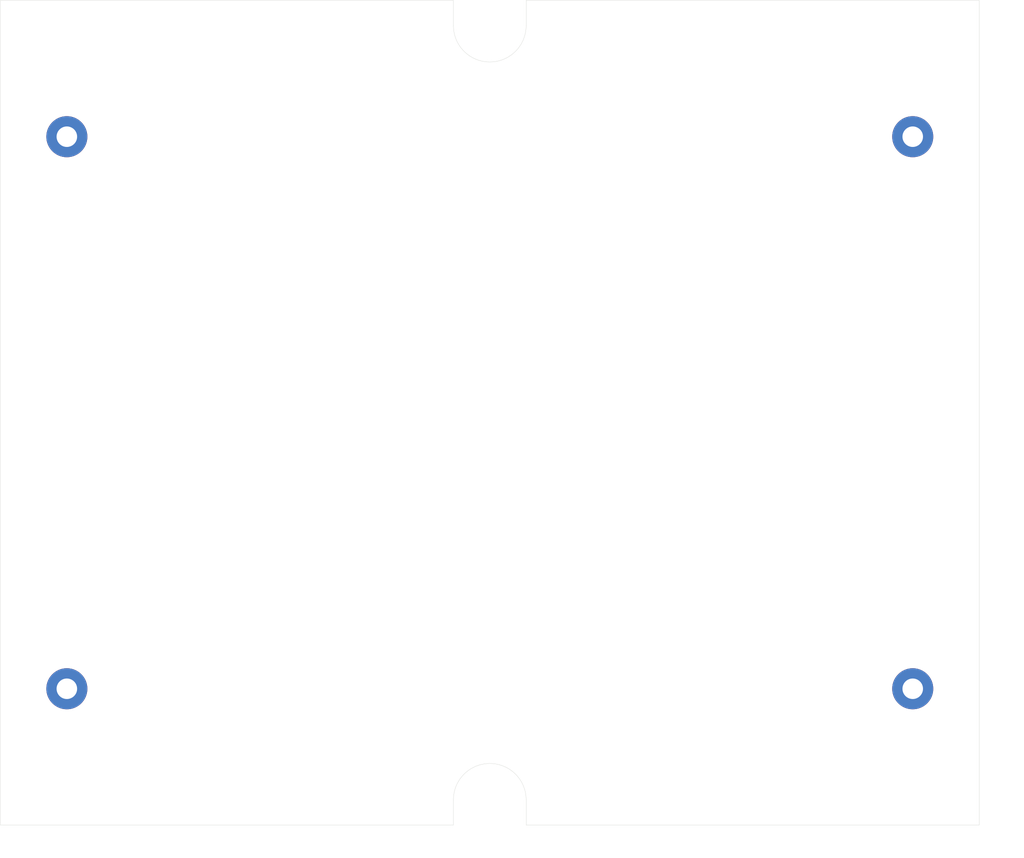
<source format=kicad_pcb>
(kicad_pcb (version 20171130) (host pcbnew "(5.1.4)-1")

  (general
    (thickness 1.6)
    (drawings 14)
    (tracks 0)
    (zones 0)
    (modules 4)
    (nets 1)
  )

  (page A4)
  (layers
    (0 F.Cu signal)
    (31 B.Cu signal)
    (32 B.Adhes user)
    (33 F.Adhes user)
    (34 B.Paste user)
    (35 F.Paste user)
    (36 B.SilkS user)
    (37 F.SilkS user)
    (38 B.Mask user)
    (39 F.Mask user)
    (40 Dwgs.User user)
    (41 Cmts.User user)
    (42 Eco1.User user)
    (43 Eco2.User user)
    (44 Edge.Cuts user)
    (45 Margin user)
    (46 B.CrtYd user)
    (47 F.CrtYd user)
    (48 B.Fab user)
    (49 F.Fab user)
  )

  (setup
    (last_trace_width 0.25)
    (trace_clearance 0.2)
    (zone_clearance 0.508)
    (zone_45_only no)
    (trace_min 0.2)
    (via_size 0.8)
    (via_drill 0.4)
    (via_min_size 0.4)
    (via_min_drill 0.3)
    (uvia_size 0.3)
    (uvia_drill 0.1)
    (uvias_allowed no)
    (uvia_min_size 0.2)
    (uvia_min_drill 0.1)
    (edge_width 0.05)
    (segment_width 0.2)
    (pcb_text_width 0.3)
    (pcb_text_size 1.5 1.5)
    (mod_edge_width 0.12)
    (mod_text_size 1 1)
    (mod_text_width 0.15)
    (pad_size 7 7)
    (pad_drill 3.5)
    (pad_to_mask_clearance 0.051)
    (solder_mask_min_width 0.25)
    (aux_axis_origin 0 0)
    (visible_elements 7FFFFFFF)
    (pcbplotparams
      (layerselection 0x010fc_ffffffff)
      (usegerberextensions false)
      (usegerberattributes false)
      (usegerberadvancedattributes false)
      (creategerberjobfile false)
      (excludeedgelayer true)
      (linewidth 0.100000)
      (plotframeref false)
      (viasonmask false)
      (mode 1)
      (useauxorigin false)
      (hpglpennumber 1)
      (hpglpenspeed 20)
      (hpglpendiameter 15.000000)
      (psnegative false)
      (psa4output false)
      (plotreference true)
      (plotvalue true)
      (plotinvisibletext false)
      (padsonsilk false)
      (subtractmaskfromsilk false)
      (outputformat 1)
      (mirror false)
      (drillshape 1)
      (scaleselection 1)
      (outputdirectory ""))
  )

  (net 0 "")

  (net_class Default "This is the default net class."
    (clearance 0.2)
    (trace_width 0.25)
    (via_dia 0.8)
    (via_drill 0.4)
    (uvia_dia 0.3)
    (uvia_drill 0.1)
  )

  (module MountingHole:MountingHole_3.5mm_Pad (layer F.Cu) (tedit 5D743F39) (tstamp 5D74945E)
    (at 26.325 38.25)
    (descr "Mounting Hole 3.5mm")
    (tags "mounting hole 3.5mm")
    (attr virtual)
    (fp_text reference ~ (at 0 -4.5) (layer F.SilkS) hide
      (effects (font (size 1 1) (thickness 0.15)))
    )
    (fp_text value ~ (at 0 4.5) (layer F.Fab) hide
      (effects (font (size 1 1) (thickness 0.15)))
    )
    (fp_text user %R (at 0.3 0) (layer F.Fab)
      (effects (font (size 1 1) (thickness 0.15)))
    )
    (fp_circle (center 0 0) (end 3.5 0) (layer Cmts.User) (width 0.15))
    (fp_circle (center 0 0) (end 3.75 0) (layer F.CrtYd) (width 0.05))
    (pad ~ thru_hole circle (at 0 0) (size 7 7) (drill 3.5) (layers *.Cu *.Mask))
  )

  (module MountingHole:MountingHole_3.5mm_Pad (layer F.Cu) (tedit 5D743F39) (tstamp 5D74944E)
    (at 26.325 132.45)
    (descr "Mounting Hole 3.5mm")
    (tags "mounting hole 3.5mm")
    (attr virtual)
    (fp_text reference ~ (at 0 -4.5) (layer F.SilkS) hide
      (effects (font (size 1 1) (thickness 0.15)))
    )
    (fp_text value ~ (at 0 4.5) (layer F.Fab) hide
      (effects (font (size 1 1) (thickness 0.15)))
    )
    (fp_circle (center 0 0) (end 3.75 0) (layer F.CrtYd) (width 0.05))
    (fp_circle (center 0 0) (end 3.5 0) (layer Cmts.User) (width 0.15))
    (fp_text user %R (at 0.3 0) (layer F.Fab)
      (effects (font (size 1 1) (thickness 0.15)))
    )
    (pad ~ thru_hole circle (at 0 0) (size 7 7) (drill 3.5) (layers *.Cu *.Mask))
  )

  (module MountingHole:MountingHole_3.5mm_Pad (layer F.Cu) (tedit 5D743F39) (tstamp 5D74943C)
    (at 170.575 38.25)
    (descr "Mounting Hole 3.5mm")
    (tags "mounting hole 3.5mm")
    (attr virtual)
    (fp_text reference ~ (at 0 -4.5) (layer F.SilkS) hide
      (effects (font (size 1 1) (thickness 0.15)))
    )
    (fp_text value ~ (at 0 4.5) (layer F.Fab) hide
      (effects (font (size 1 1) (thickness 0.15)))
    )
    (fp_text user %R (at 0.3 0) (layer F.Fab)
      (effects (font (size 1 1) (thickness 0.15)))
    )
    (fp_circle (center 0 0) (end 3.5 0) (layer Cmts.User) (width 0.15))
    (fp_circle (center 0 0) (end 3.75 0) (layer F.CrtYd) (width 0.05))
    (pad ~ thru_hole circle (at 0 0) (size 7 7) (drill 3.5) (layers *.Cu *.Mask))
  )

  (module MountingHole:MountingHole_3.5mm_Pad (layer F.Cu) (tedit 5D743F39) (tstamp 5D74939A)
    (at 170.575 132.45)
    (descr "Mounting Hole 3.5mm")
    (tags "mounting hole 3.5mm")
    (attr virtual)
    (fp_text reference ~ (at 0 -4.5) (layer F.SilkS) hide
      (effects (font (size 1 1) (thickness 0.15)))
    )
    (fp_text value ~ (at 0 4.5) (layer F.Fab) hide
      (effects (font (size 1 1) (thickness 0.15)))
    )
    (fp_circle (center 0 0) (end 3.75 0) (layer F.CrtYd) (width 0.05))
    (fp_circle (center 0 0) (end 3.5 0) (layer Cmts.User) (width 0.15))
    (fp_text user %R (at 0.3 0) (layer F.Fab)
      (effects (font (size 1 1) (thickness 0.15)))
    )
    (pad ~ thru_hole circle (at 0 0) (size 7 7) (drill 3.5) (layers *.Cu *.Mask))
  )

  (gr_line (start 104.65 155.7) (end 181.9 155.7) (layer Edge.Cuts) (width 0.05) (tstamp 5D74950D))
  (gr_arc (start 98.45 151.4) (end 104.65 151.4) (angle -180) (layer Edge.Cuts) (width 0.05) (tstamp 5D749505))
  (gr_line (start 92.25 151.4) (end 92.25 155.7) (layer Edge.Cuts) (width 0.05) (tstamp 5D749501))
  (gr_line (start 104.65 151.4) (end 104.65 155.7) (layer Edge.Cuts) (width 0.05) (tstamp 5D7494FE))
  (gr_line (start 104.65 15) (end 181.9 15) (layer Edge.Cuts) (width 0.05) (tstamp 5D7494EC))
  (gr_arc (start 98.45 19.3) (end 92.25 19.3) (angle -180) (layer Edge.Cuts) (width 0.05))
  (gr_line (start 92.25 15) (end 92.25 19.3) (layer Edge.Cuts) (width 0.05) (tstamp 5D7494D1))
  (gr_line (start 104.65 15) (end 104.65 19.3) (layer Edge.Cuts) (width 0.05))
  (dimension 166.9 (width 0.15) (layer Dwgs.User)
    (gr_text "166,900 mm" (at 98.45 162) (layer Dwgs.User)
      (effects (font (size 1 1) (thickness 0.15)))
    )
    (feature1 (pts (xy 15 155.7) (xy 15 161.286421)))
    (feature2 (pts (xy 181.9 155.7) (xy 181.9 161.286421)))
    (crossbar (pts (xy 181.9 160.7) (xy 15 160.7)))
    (arrow1a (pts (xy 15 160.7) (xy 16.126504 160.113579)))
    (arrow1b (pts (xy 15 160.7) (xy 16.126504 161.286421)))
    (arrow2a (pts (xy 181.9 160.7) (xy 180.773496 160.113579)))
    (arrow2b (pts (xy 181.9 160.7) (xy 180.773496 161.286421)))
  )
  (dimension 140.7 (width 0.15) (layer Dwgs.User)
    (gr_text "140,700 mm" (at 188.2 85.35 270) (layer Dwgs.User)
      (effects (font (size 1 1) (thickness 0.15)))
    )
    (feature1 (pts (xy 181.9 155.7) (xy 187.486421 155.7)))
    (feature2 (pts (xy 181.9 15) (xy 187.486421 15)))
    (crossbar (pts (xy 186.9 15) (xy 186.9 155.7)))
    (arrow1a (pts (xy 186.9 155.7) (xy 186.313579 154.573496)))
    (arrow1b (pts (xy 186.9 155.7) (xy 187.486421 154.573496)))
    (arrow2a (pts (xy 186.9 15) (xy 186.313579 16.126504)))
    (arrow2b (pts (xy 186.9 15) (xy 187.486421 16.126504)))
  )
  (gr_line (start 181.9 155.7) (end 181.9 15) (layer Edge.Cuts) (width 0.05) (tstamp 5D743EB3))
  (gr_line (start 15 15) (end 15 155.7) (layer Edge.Cuts) (width 0.05) (tstamp 5D743EAB))
  (gr_line (start 15 155.7) (end 92.25 155.7) (layer Edge.Cuts) (width 0.05) (tstamp 5D743E9A))
  (gr_line (start 15 15) (end 92.25 15) (layer Edge.Cuts) (width 0.05))

)

</source>
